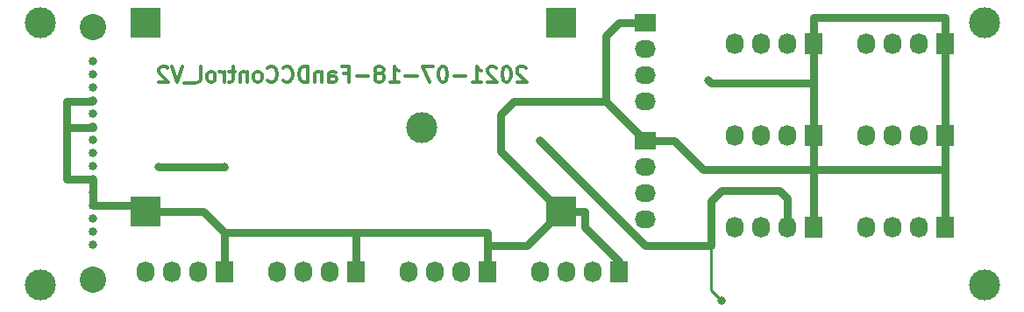
<source format=gbr>
%TF.GenerationSoftware,KiCad,Pcbnew,(5.1.10)-1*%
%TF.CreationDate,2021-07-19T20:33:02+08:00*%
%TF.ProjectId,FanDCControl,46616e44-4343-46f6-9e74-726f6c2e6b69,rev?*%
%TF.SameCoordinates,Original*%
%TF.FileFunction,Copper,L2,Bot*%
%TF.FilePolarity,Positive*%
%FSLAX46Y46*%
G04 Gerber Fmt 4.6, Leading zero omitted, Abs format (unit mm)*
G04 Created by KiCad (PCBNEW (5.1.10)-1) date 2021-07-19 20:33:02*
%MOMM*%
%LPD*%
G01*
G04 APERTURE LIST*
%TA.AperFunction,NonConductor*%
%ADD10C,0.300000*%
%TD*%
%TA.AperFunction,ComponentPad*%
%ADD11C,0.840000*%
%TD*%
%TA.AperFunction,WasherPad*%
%ADD12C,2.540000*%
%TD*%
%TA.AperFunction,ComponentPad*%
%ADD13R,3.000000X3.000000*%
%TD*%
%TA.AperFunction,ComponentPad*%
%ADD14O,1.730000X2.030000*%
%TD*%
%TA.AperFunction,ComponentPad*%
%ADD15R,1.730000X2.030000*%
%TD*%
%TA.AperFunction,ComponentPad*%
%ADD16O,2.030000X1.730000*%
%TD*%
%TA.AperFunction,ComponentPad*%
%ADD17R,2.030000X1.730000*%
%TD*%
%TA.AperFunction,ViaPad*%
%ADD18C,3.000000*%
%TD*%
%TA.AperFunction,ViaPad*%
%ADD19C,0.800000*%
%TD*%
%TA.AperFunction,Conductor*%
%ADD20C,0.750000*%
%TD*%
%TA.AperFunction,Conductor*%
%ADD21C,0.250000*%
%TD*%
G04 APERTURE END LIST*
D10*
X120584285Y-70441428D02*
X120512857Y-70370000D01*
X120370000Y-70298571D01*
X120012857Y-70298571D01*
X119870000Y-70370000D01*
X119798571Y-70441428D01*
X119727142Y-70584285D01*
X119727142Y-70727142D01*
X119798571Y-70941428D01*
X120655714Y-71798571D01*
X119727142Y-71798571D01*
X118798571Y-70298571D02*
X118655714Y-70298571D01*
X118512857Y-70370000D01*
X118441428Y-70441428D01*
X118370000Y-70584285D01*
X118298571Y-70870000D01*
X118298571Y-71227142D01*
X118370000Y-71512857D01*
X118441428Y-71655714D01*
X118512857Y-71727142D01*
X118655714Y-71798571D01*
X118798571Y-71798571D01*
X118941428Y-71727142D01*
X119012857Y-71655714D01*
X119084285Y-71512857D01*
X119155714Y-71227142D01*
X119155714Y-70870000D01*
X119084285Y-70584285D01*
X119012857Y-70441428D01*
X118941428Y-70370000D01*
X118798571Y-70298571D01*
X117727142Y-70441428D02*
X117655714Y-70370000D01*
X117512857Y-70298571D01*
X117155714Y-70298571D01*
X117012857Y-70370000D01*
X116941428Y-70441428D01*
X116870000Y-70584285D01*
X116870000Y-70727142D01*
X116941428Y-70941428D01*
X117798571Y-71798571D01*
X116870000Y-71798571D01*
X115441428Y-71798571D02*
X116298571Y-71798571D01*
X115870000Y-71798571D02*
X115870000Y-70298571D01*
X116012857Y-70512857D01*
X116155714Y-70655714D01*
X116298571Y-70727142D01*
X114798571Y-71227142D02*
X113655714Y-71227142D01*
X112655714Y-70298571D02*
X112512857Y-70298571D01*
X112370000Y-70370000D01*
X112298571Y-70441428D01*
X112227142Y-70584285D01*
X112155714Y-70870000D01*
X112155714Y-71227142D01*
X112227142Y-71512857D01*
X112298571Y-71655714D01*
X112370000Y-71727142D01*
X112512857Y-71798571D01*
X112655714Y-71798571D01*
X112798571Y-71727142D01*
X112870000Y-71655714D01*
X112941428Y-71512857D01*
X113012857Y-71227142D01*
X113012857Y-70870000D01*
X112941428Y-70584285D01*
X112870000Y-70441428D01*
X112798571Y-70370000D01*
X112655714Y-70298571D01*
X111655714Y-70298571D02*
X110655714Y-70298571D01*
X111298571Y-71798571D01*
X110084285Y-71227142D02*
X108941428Y-71227142D01*
X107441428Y-71798571D02*
X108298571Y-71798571D01*
X107870000Y-71798571D02*
X107870000Y-70298571D01*
X108012857Y-70512857D01*
X108155714Y-70655714D01*
X108298571Y-70727142D01*
X106584285Y-70941428D02*
X106727142Y-70870000D01*
X106798571Y-70798571D01*
X106870000Y-70655714D01*
X106870000Y-70584285D01*
X106798571Y-70441428D01*
X106727142Y-70370000D01*
X106584285Y-70298571D01*
X106298571Y-70298571D01*
X106155714Y-70370000D01*
X106084285Y-70441428D01*
X106012857Y-70584285D01*
X106012857Y-70655714D01*
X106084285Y-70798571D01*
X106155714Y-70870000D01*
X106298571Y-70941428D01*
X106584285Y-70941428D01*
X106727142Y-71012857D01*
X106798571Y-71084285D01*
X106870000Y-71227142D01*
X106870000Y-71512857D01*
X106798571Y-71655714D01*
X106727142Y-71727142D01*
X106584285Y-71798571D01*
X106298571Y-71798571D01*
X106155714Y-71727142D01*
X106084285Y-71655714D01*
X106012857Y-71512857D01*
X106012857Y-71227142D01*
X106084285Y-71084285D01*
X106155714Y-71012857D01*
X106298571Y-70941428D01*
X105370000Y-71227142D02*
X104227142Y-71227142D01*
X103012857Y-71012857D02*
X103512857Y-71012857D01*
X103512857Y-71798571D02*
X103512857Y-70298571D01*
X102798571Y-70298571D01*
X101584285Y-71798571D02*
X101584285Y-71012857D01*
X101655714Y-70870000D01*
X101798571Y-70798571D01*
X102084285Y-70798571D01*
X102227142Y-70870000D01*
X101584285Y-71727142D02*
X101727142Y-71798571D01*
X102084285Y-71798571D01*
X102227142Y-71727142D01*
X102298571Y-71584285D01*
X102298571Y-71441428D01*
X102227142Y-71298571D01*
X102084285Y-71227142D01*
X101727142Y-71227142D01*
X101584285Y-71155714D01*
X100870000Y-70798571D02*
X100870000Y-71798571D01*
X100870000Y-70941428D02*
X100798571Y-70870000D01*
X100655714Y-70798571D01*
X100441428Y-70798571D01*
X100298571Y-70870000D01*
X100227142Y-71012857D01*
X100227142Y-71798571D01*
X99512857Y-71798571D02*
X99512857Y-70298571D01*
X99155714Y-70298571D01*
X98941428Y-70370000D01*
X98798571Y-70512857D01*
X98727142Y-70655714D01*
X98655714Y-70941428D01*
X98655714Y-71155714D01*
X98727142Y-71441428D01*
X98798571Y-71584285D01*
X98941428Y-71727142D01*
X99155714Y-71798571D01*
X99512857Y-71798571D01*
X97155714Y-71655714D02*
X97227142Y-71727142D01*
X97441428Y-71798571D01*
X97584285Y-71798571D01*
X97798571Y-71727142D01*
X97941428Y-71584285D01*
X98012857Y-71441428D01*
X98084285Y-71155714D01*
X98084285Y-70941428D01*
X98012857Y-70655714D01*
X97941428Y-70512857D01*
X97798571Y-70370000D01*
X97584285Y-70298571D01*
X97441428Y-70298571D01*
X97227142Y-70370000D01*
X97155714Y-70441428D01*
X95655714Y-71655714D02*
X95727142Y-71727142D01*
X95941428Y-71798571D01*
X96084285Y-71798571D01*
X96298571Y-71727142D01*
X96441428Y-71584285D01*
X96512857Y-71441428D01*
X96584285Y-71155714D01*
X96584285Y-70941428D01*
X96512857Y-70655714D01*
X96441428Y-70512857D01*
X96298571Y-70370000D01*
X96084285Y-70298571D01*
X95941428Y-70298571D01*
X95727142Y-70370000D01*
X95655714Y-70441428D01*
X94798571Y-71798571D02*
X94941428Y-71727142D01*
X95012857Y-71655714D01*
X95084285Y-71512857D01*
X95084285Y-71084285D01*
X95012857Y-70941428D01*
X94941428Y-70870000D01*
X94798571Y-70798571D01*
X94584285Y-70798571D01*
X94441428Y-70870000D01*
X94370000Y-70941428D01*
X94298571Y-71084285D01*
X94298571Y-71512857D01*
X94370000Y-71655714D01*
X94441428Y-71727142D01*
X94584285Y-71798571D01*
X94798571Y-71798571D01*
X93655714Y-70798571D02*
X93655714Y-71798571D01*
X93655714Y-70941428D02*
X93584285Y-70870000D01*
X93441428Y-70798571D01*
X93227142Y-70798571D01*
X93084285Y-70870000D01*
X93012857Y-71012857D01*
X93012857Y-71798571D01*
X92512857Y-70798571D02*
X91941428Y-70798571D01*
X92298571Y-70298571D02*
X92298571Y-71584285D01*
X92227142Y-71727142D01*
X92084285Y-71798571D01*
X91941428Y-71798571D01*
X91441428Y-71798571D02*
X91441428Y-70798571D01*
X91441428Y-71084285D02*
X91370000Y-70941428D01*
X91298571Y-70870000D01*
X91155714Y-70798571D01*
X91012857Y-70798571D01*
X90298571Y-71798571D02*
X90441428Y-71727142D01*
X90512857Y-71655714D01*
X90584285Y-71512857D01*
X90584285Y-71084285D01*
X90512857Y-70941428D01*
X90441428Y-70870000D01*
X90298571Y-70798571D01*
X90084285Y-70798571D01*
X89941428Y-70870000D01*
X89870000Y-70941428D01*
X89798571Y-71084285D01*
X89798571Y-71512857D01*
X89870000Y-71655714D01*
X89941428Y-71727142D01*
X90084285Y-71798571D01*
X90298571Y-71798571D01*
X88941428Y-71798571D02*
X89084285Y-71727142D01*
X89155714Y-71584285D01*
X89155714Y-70298571D01*
X88727142Y-71941428D02*
X87584285Y-71941428D01*
X87441428Y-70298571D02*
X86941428Y-71798571D01*
X86441428Y-70298571D01*
X86012857Y-70441428D02*
X85941428Y-70370000D01*
X85798571Y-70298571D01*
X85441428Y-70298571D01*
X85298571Y-70370000D01*
X85227142Y-70441428D01*
X85155714Y-70584285D01*
X85155714Y-70727142D01*
X85227142Y-70941428D01*
X86084285Y-71798571D01*
X85155714Y-71798571D01*
D11*
%TO.P,U2,14*%
%TO.N,Net-(F2-Pad1)*%
X78740000Y-71062000D03*
%TO.P,U2,13*%
X78740000Y-72332000D03*
%TO.P,U2,15*%
X78740000Y-69792000D03*
%TO.P,U2,10*%
%TO.N,GND*%
X78740000Y-76142000D03*
%TO.P,U2,12*%
X78740000Y-73602000D03*
%TO.P,U2,11*%
%TO.N,N/C*%
X78740000Y-74872000D03*
%TO.P,U2,9*%
%TO.N,Net-(F1-Pad1)*%
X78740000Y-77412000D03*
%TO.P,U2,8*%
X78740000Y-78682000D03*
%TO.P,U2,7*%
X78740000Y-79952000D03*
%TO.P,U2,6*%
%TO.N,GND*%
X78740000Y-81222000D03*
%TO.P,U2,5*%
X78740000Y-82492000D03*
%TO.P,U2,4*%
X78740000Y-83762000D03*
%TO.P,U2,3*%
%TO.N,N/C*%
X78740000Y-85032000D03*
%TO.P,U2,2*%
X78740000Y-86302000D03*
%TO.P,U2,1*%
X78740000Y-87572000D03*
D12*
%TO.P,U2,*%
%TO.N,*%
X78740000Y-66522600D03*
X78740000Y-90932000D03*
%TD*%
D13*
%TO.P,U1,4*%
%TO.N,GND*%
X123952000Y-84328000D03*
%TO.P,U1,1*%
%TO.N,+12V*%
X83820000Y-66040000D03*
%TO.P,U1,2*%
%TO.N,GND*%
X83820000Y-84328000D03*
%TO.P,U1,3*%
%TO.N,+8V*%
X123952000Y-66040000D03*
%TD*%
D14*
%TO.P,FAN4,4*%
%TO.N,N/C*%
X153416000Y-85852000D03*
%TO.P,FAN4,3*%
X155956000Y-85852000D03*
%TO.P,FAN4,2*%
%TO.N,+8V*%
X158496000Y-85852000D03*
D15*
%TO.P,FAN4,1*%
%TO.N,GND*%
X161036000Y-85852000D03*
%TD*%
D14*
%TO.P,FAN3,4*%
%TO.N,N/C*%
X153416000Y-76962000D03*
%TO.P,FAN3,3*%
X155956000Y-76962000D03*
%TO.P,FAN3,2*%
%TO.N,+8V*%
X158496000Y-76962000D03*
D15*
%TO.P,FAN3,1*%
%TO.N,GND*%
X161036000Y-76962000D03*
%TD*%
D14*
%TO.P,FAN2,4*%
%TO.N,N/C*%
X153416000Y-68072000D03*
%TO.P,FAN2,3*%
X155956000Y-68072000D03*
%TO.P,FAN2,2*%
%TO.N,+8V*%
X158496000Y-68072000D03*
D15*
%TO.P,FAN2,1*%
%TO.N,GND*%
X161036000Y-68072000D03*
%TD*%
D14*
%TO.P,FAN1,4*%
%TO.N,N/C*%
X140716000Y-85852000D03*
%TO.P,FAN1,3*%
X143256000Y-85852000D03*
%TO.P,FAN1,2*%
%TO.N,+8V*%
X145796000Y-85852000D03*
D15*
%TO.P,FAN1,1*%
%TO.N,GND*%
X148336000Y-85852000D03*
%TD*%
D14*
%TO.P,5V_FAN4,4*%
%TO.N,N/C*%
X140716000Y-76962000D03*
%TO.P,5V_FAN4,3*%
X143256000Y-76962000D03*
%TO.P,5V_FAN4,2*%
%TO.N,+5V*%
X145796000Y-76962000D03*
D15*
%TO.P,5V_FAN4,1*%
%TO.N,GND*%
X148336000Y-76962000D03*
%TD*%
D14*
%TO.P,5V_FAN3,4*%
%TO.N,N/C*%
X140716000Y-68072000D03*
%TO.P,5V_FAN3,3*%
X143256000Y-68072000D03*
%TO.P,5V_FAN3,2*%
%TO.N,+5V*%
X145796000Y-68072000D03*
D15*
%TO.P,5V_FAN3,1*%
%TO.N,GND*%
X148336000Y-68072000D03*
%TD*%
D16*
%TO.P,5V_FAN2,4*%
%TO.N,N/C*%
X132080000Y-85090000D03*
%TO.P,5V_FAN2,3*%
X132080000Y-82550000D03*
%TO.P,5V_FAN2,2*%
%TO.N,+5V*%
X132080000Y-80010000D03*
D17*
%TO.P,5V_FAN2,1*%
%TO.N,GND*%
X132080000Y-77470000D03*
%TD*%
D16*
%TO.P,5V_FAN1,4*%
%TO.N,N/C*%
X132080000Y-73660000D03*
%TO.P,5V_FAN1,3*%
X132080000Y-71120000D03*
%TO.P,5V_FAN1,2*%
%TO.N,+5V*%
X132080000Y-68580000D03*
D17*
%TO.P,5V_FAN1,1*%
%TO.N,GND*%
X132080000Y-66040000D03*
%TD*%
D14*
%TO.P,12V_FAN4,4*%
%TO.N,N/C*%
X109220000Y-90170000D03*
%TO.P,12V_FAN4,3*%
X111760000Y-90170000D03*
%TO.P,12V_FAN4,2*%
%TO.N,+12V*%
X114300000Y-90170000D03*
D15*
%TO.P,12V_FAN4,1*%
%TO.N,GND*%
X116840000Y-90170000D03*
%TD*%
D14*
%TO.P,12V_FAN3,4*%
%TO.N,N/C*%
X121920000Y-90170000D03*
%TO.P,12V_FAN3,3*%
X124460000Y-90170000D03*
%TO.P,12V_FAN3,2*%
%TO.N,+12V*%
X127000000Y-90170000D03*
D15*
%TO.P,12V_FAN3,1*%
%TO.N,GND*%
X129540000Y-90170000D03*
%TD*%
D14*
%TO.P,12V_FAN2,4*%
%TO.N,N/C*%
X83820000Y-90170000D03*
%TO.P,12V_FAN2,3*%
X86360000Y-90170000D03*
%TO.P,12V_FAN2,2*%
%TO.N,+12V*%
X88900000Y-90170000D03*
D15*
%TO.P,12V_FAN2,1*%
%TO.N,GND*%
X91440000Y-90170000D03*
%TD*%
D14*
%TO.P,12V_FAN1,4*%
%TO.N,N/C*%
X96520000Y-90170000D03*
%TO.P,12V_FAN1,3*%
X99060000Y-90170000D03*
%TO.P,12V_FAN1,2*%
%TO.N,+12V*%
X101600000Y-90170000D03*
D15*
%TO.P,12V_FAN1,1*%
%TO.N,GND*%
X104140000Y-90170000D03*
%TD*%
D18*
%TO.N,*%
X164846000Y-66040000D03*
X164846000Y-91440000D03*
X73660000Y-91440000D03*
X73660000Y-66040000D03*
X110490000Y-76200000D03*
D19*
%TO.N,GND*%
X138176000Y-71628000D03*
%TO.N,+5V*%
X85090000Y-80010000D03*
X91440000Y-80010000D03*
%TO.N,+8V*%
X121920000Y-77470000D03*
X139446000Y-92964000D03*
%TD*%
D20*
%TO.N,GND*%
X78682000Y-81222000D02*
X78740000Y-81222000D01*
X78740000Y-81222000D02*
X78740000Y-82550000D01*
X78740000Y-82550000D02*
X78740000Y-82492000D01*
X78740000Y-82492000D02*
X78740000Y-83762000D01*
X83254000Y-83762000D02*
X83820000Y-84328000D01*
X78740000Y-83762000D02*
X83254000Y-83762000D01*
X78740000Y-81222000D02*
X76258000Y-81222000D01*
X76258000Y-81222000D02*
X76200000Y-81164000D01*
X76200000Y-81164000D02*
X76200000Y-76200000D01*
X78740000Y-76200000D02*
X76200000Y-76200000D01*
X76200000Y-76200000D02*
X76200000Y-73660000D01*
X78682000Y-73660000D02*
X78740000Y-73602000D01*
X76200000Y-73660000D02*
X78682000Y-73660000D01*
X83820000Y-84328000D02*
X89408000Y-84328000D01*
X91440000Y-86360000D02*
X91440000Y-90170000D01*
X89408000Y-84328000D02*
X91440000Y-86360000D01*
X104140000Y-86360000D02*
X104140000Y-90170000D01*
X91440000Y-86360000D02*
X104140000Y-86360000D01*
X104140000Y-86360000D02*
X116840000Y-86360000D01*
X120650000Y-87630000D02*
X123952000Y-84328000D01*
X116840000Y-87630000D02*
X120650000Y-87630000D01*
X116840000Y-86360000D02*
X116840000Y-87630000D01*
X116840000Y-87630000D02*
X116840000Y-90170000D01*
X123952000Y-84328000D02*
X126238000Y-84328000D01*
X123952000Y-84328000D02*
X118110000Y-78486000D01*
X118110000Y-78486000D02*
X118110000Y-74930000D01*
X118110000Y-74930000D02*
X119380000Y-73660000D01*
X128270000Y-73660000D02*
X132080000Y-77470000D01*
X119380000Y-73660000D02*
X128270000Y-73660000D01*
X128270000Y-73660000D02*
X128270000Y-67310000D01*
X129540000Y-66040000D02*
X132080000Y-66040000D01*
X128270000Y-67310000D02*
X129540000Y-66040000D01*
X161036000Y-65532000D02*
X161036000Y-68072000D01*
X148336000Y-65532000D02*
X148336000Y-68072000D01*
X148336000Y-65532000D02*
X161036000Y-65532000D01*
X161036000Y-68072000D02*
X161036000Y-76962000D01*
X126238000Y-84328000D02*
X126238000Y-85852000D01*
X129540000Y-89154000D02*
X129540000Y-90170000D01*
X126238000Y-85852000D02*
X129540000Y-89154000D01*
X160782000Y-80264000D02*
X148336000Y-80264000D01*
X161036000Y-80010000D02*
X160782000Y-80264000D01*
X148336000Y-80264000D02*
X148336000Y-85852000D01*
X148336000Y-76962000D02*
X148336000Y-80264000D01*
X161036000Y-76962000D02*
X161036000Y-80010000D01*
X161036000Y-80010000D02*
X161036000Y-85852000D01*
X148336000Y-80264000D02*
X137668000Y-80264000D01*
X134874000Y-77470000D02*
X132080000Y-77470000D01*
X137668000Y-80264000D02*
X134874000Y-77470000D01*
X138430000Y-71882000D02*
X138176000Y-71628000D01*
X148336000Y-71882000D02*
X138430000Y-71882000D01*
X148336000Y-68072000D02*
X148336000Y-71882000D01*
X148336000Y-71882000D02*
X148336000Y-76962000D01*
%TO.N,+5V*%
X85090000Y-80010000D02*
X91440000Y-80010000D01*
%TO.N,+8V*%
X121920000Y-77470000D02*
X132080000Y-87630000D01*
X132080000Y-87630000D02*
X138430000Y-87630000D01*
X138430000Y-87630000D02*
X138430000Y-83312000D01*
X138430000Y-83312000D02*
X139446000Y-82296000D01*
X139446000Y-82296000D02*
X145034000Y-82296000D01*
X145796000Y-83058000D02*
X145796000Y-85852000D01*
X145034000Y-82296000D02*
X145796000Y-83058000D01*
D21*
X138430000Y-91948000D02*
X139446000Y-92964000D01*
X138430000Y-87630000D02*
X138430000Y-91948000D01*
%TD*%
M02*

</source>
